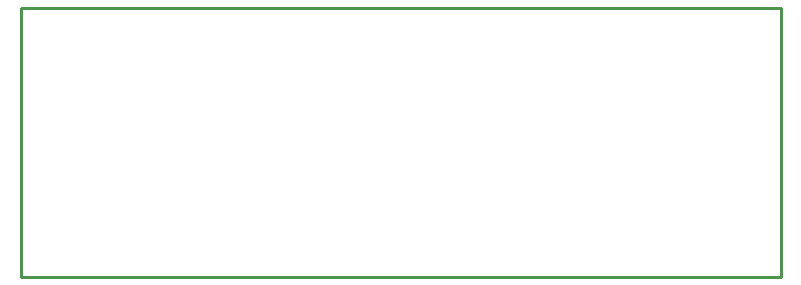
<source format=gko>
G04 Layer_Color=16711935*
%FSLAX23Y23*%
%MOIN*%
G70*
G01*
G75*
%ADD11C,0.010*%
D11*
X-1980Y-760D02*
Y136D01*
X555Y-760D02*
Y136D01*
X-1980Y-760D02*
X555D01*
X-1980Y136D02*
X555D01*
M02*

</source>
